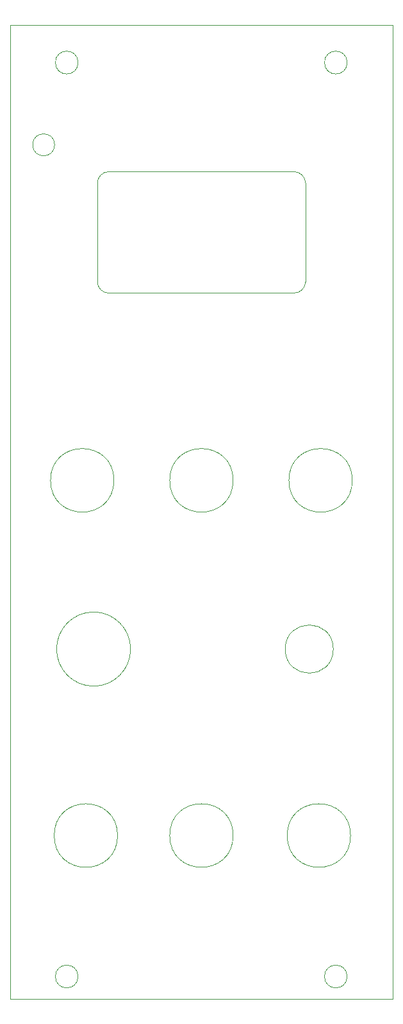
<source format=gm1>
%TF.GenerationSoftware,KiCad,Pcbnew,(5.0.0)*%
%TF.CreationDate,2024-09-19T00:44:32-05:00*%
%TF.ProjectId,Front Panel,46726F6E742050616E656C2E6B696361,rev?*%
%TF.SameCoordinates,Original*%
%TF.FileFunction,Profile,NP*%
%FSLAX46Y46*%
G04 Gerber Fmt 4.6, Leading zero omitted, Abs format (unit mm)*
G04 Created by KiCad (PCBNEW (5.0.0)) date 09/19/24 00:44:32*
%MOMM*%
%LPD*%
G01*
G04 APERTURE LIST*
%ADD10C,0.100000*%
G04 APERTURE END LIST*
D10*
X60051100Y-59373600D02*
X60051100Y-46373600D01*
X60051100Y-46373600D02*
G75*
G02X61551100Y-44873600I1500000J0D01*
G01*
X61551100Y-44873600D02*
X86051100Y-44873600D01*
X86051100Y-44873600D02*
G75*
G02X87551100Y-46373600I0J-1500000D01*
G01*
X87551100Y-46373600D02*
X87551100Y-59373600D01*
X87551100Y-59373600D02*
G75*
G02X86051100Y-60873600I-1500000J0D01*
G01*
X86051100Y-60873600D02*
X61551100Y-60873600D01*
X61551100Y-60873600D02*
G75*
G02X60051100Y-59373600I0J1500000D01*
G01*
X91226100Y-107823600D02*
G75*
G03X91226100Y-107823600I-3175000J0D01*
G01*
X64441100Y-107823600D02*
G75*
G03X64441100Y-107823600I-4890000J0D01*
G01*
X93511100Y-132413600D02*
G75*
G03X93511100Y-132413600I-4190000J0D01*
G01*
X77991100Y-132413600D02*
G75*
G03X77991100Y-132413600I-4190000J0D01*
G01*
X62721100Y-132413600D02*
G75*
G03X62721100Y-132413600I-4190000J0D01*
G01*
X93741100Y-85573600D02*
G75*
G03X93741100Y-85573600I-4190000J0D01*
G01*
X77991100Y-85573600D02*
G75*
G03X77991100Y-85573600I-4190000J0D01*
G01*
X62241100Y-85573600D02*
G75*
G03X62241100Y-85573600I-4190000J0D01*
G01*
X54401100Y-41323600D02*
G75*
G03X54401100Y-41323600I-1450000J0D01*
G01*
X93061100Y-30473600D02*
G75*
G03X93061100Y-30473600I-1500000J0D01*
G01*
X57501100Y-30473600D02*
G75*
G03X57501100Y-30473600I-1500000J0D01*
G01*
X93061100Y-151003600D02*
G75*
G03X93061100Y-151003600I-1500000J0D01*
G01*
X57501100Y-151003600D02*
G75*
G03X57501100Y-151003600I-1500000J0D01*
G01*
X48501100Y-25503600D02*
X99101100Y-25503600D01*
X48501100Y-154003600D02*
X48501100Y-25503600D01*
X99101100Y-154003600D02*
X48501100Y-154003600D01*
X99101100Y-25503600D02*
X99101100Y-154003600D01*
X60051100Y-59373600D02*
X60051100Y-46373600D01*
X60051100Y-46373600D02*
G75*
G02X61551100Y-44873600I1500000J0D01*
G01*
X61551100Y-44873600D02*
X86051100Y-44873600D01*
X86051100Y-44873600D02*
G75*
G02X87551100Y-46373600I0J-1500000D01*
G01*
X87551100Y-46373600D02*
X87551100Y-59373600D01*
X87551100Y-59373600D02*
G75*
G02X86051100Y-60873600I-1500000J0D01*
G01*
X86051100Y-60873600D02*
X61551100Y-60873600D01*
X61551100Y-60873600D02*
G75*
G02X60051100Y-59373600I0J1500000D01*
G01*
X91226100Y-107823600D02*
G75*
G03X91226100Y-107823600I-3175000J0D01*
G01*
X64441100Y-107823600D02*
G75*
G03X64441100Y-107823600I-4890000J0D01*
G01*
X93511100Y-132413600D02*
G75*
G03X93511100Y-132413600I-4190000J0D01*
G01*
X77991100Y-132413600D02*
G75*
G03X77991100Y-132413600I-4190000J0D01*
G01*
X62721100Y-132413600D02*
G75*
G03X62721100Y-132413600I-4190000J0D01*
G01*
X93741100Y-85573600D02*
G75*
G03X93741100Y-85573600I-4190000J0D01*
G01*
X77991100Y-85573600D02*
G75*
G03X77991100Y-85573600I-4190000J0D01*
G01*
X62241100Y-85573600D02*
G75*
G03X62241100Y-85573600I-4190000J0D01*
G01*
X54401100Y-41323600D02*
G75*
G03X54401100Y-41323600I-1450000J0D01*
G01*
X93061100Y-30473600D02*
G75*
G03X93061100Y-30473600I-1500000J0D01*
G01*
X57501100Y-30473600D02*
G75*
G03X57501100Y-30473600I-1500000J0D01*
G01*
X93061100Y-151003600D02*
G75*
G03X93061100Y-151003600I-1500000J0D01*
G01*
X57501100Y-151003600D02*
G75*
G03X57501100Y-151003600I-1500000J0D01*
G01*
X48501100Y-25503600D02*
X99101100Y-25503600D01*
X48501100Y-154003600D02*
X48501100Y-25503600D01*
X99101100Y-154003600D02*
X48501100Y-154003600D01*
X99101100Y-25503600D02*
X99101100Y-154003600D01*
M02*

</source>
